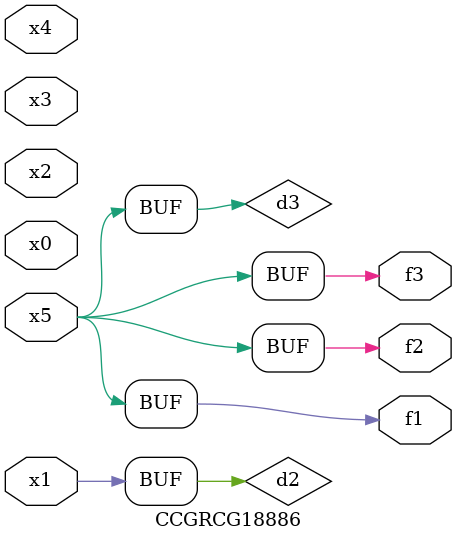
<source format=v>
module CCGRCG18886(
	input x0, x1, x2, x3, x4, x5,
	output f1, f2, f3
);

	wire d1, d2, d3;

	not (d1, x5);
	or (d2, x1);
	xnor (d3, d1);
	assign f1 = d3;
	assign f2 = d3;
	assign f3 = d3;
endmodule

</source>
